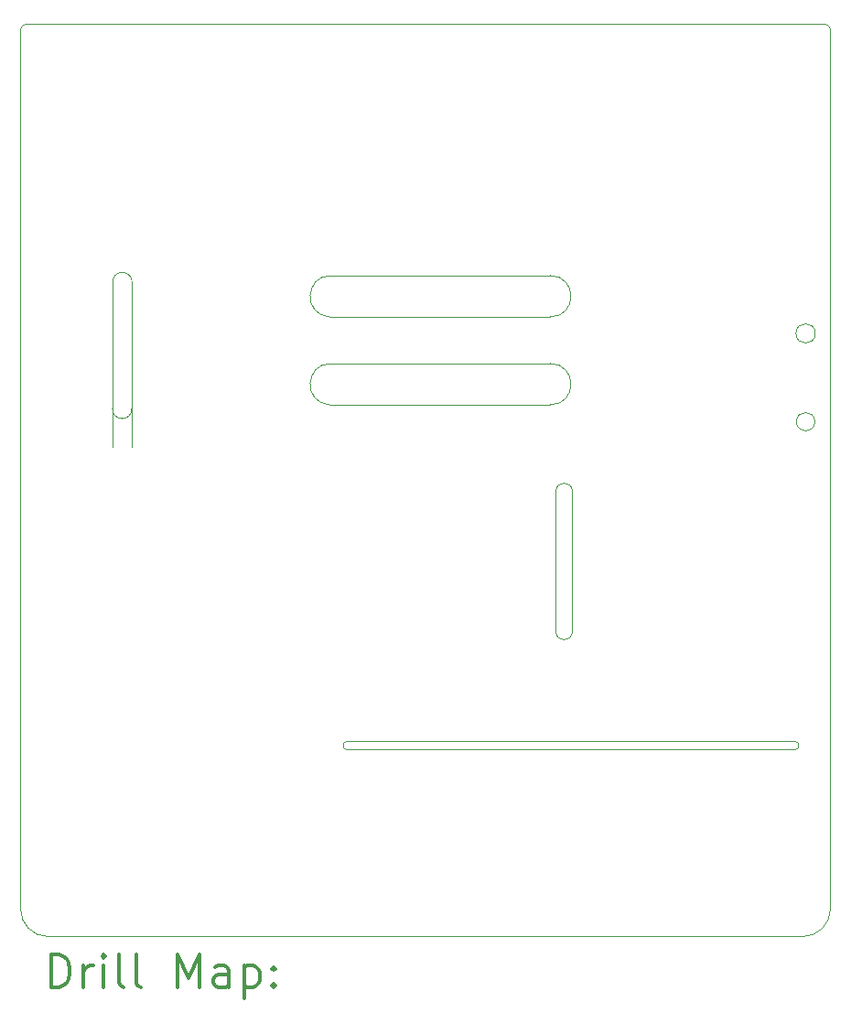
<source format=gbr>
%FSLAX45Y45*%
G04 Gerber Fmt 4.5, Leading zero omitted, Abs format (unit mm)*
G04 Created by KiCad (PCBNEW (5.1.6)-1) date 2021-11-05 18:09:48*
%MOMM*%
%LPD*%
G01*
G04 APERTURE LIST*
%TA.AperFunction,Profile*%
%ADD10C,0.050000*%
%TD*%
%TA.AperFunction,Profile*%
%ADD11C,0.100000*%
%TD*%
%ADD12C,0.200000*%
%ADD13C,0.300000*%
G04 APERTURE END LIST*
D10*
X19678650Y-13366750D02*
G75*
G02*
X19678650Y-13442950I0J-38100D01*
G01*
X15538450Y-13442950D02*
G75*
G02*
X15538450Y-13366750I0J38100D01*
G01*
X17418050Y-9061450D02*
G75*
G02*
X17418050Y-9442450I0J-190500D01*
G01*
X15371490Y-9441893D02*
G75*
G02*
X15386050Y-9061450I14560J189943D01*
G01*
D11*
X17418050Y-9442450D02*
X15371490Y-9441893D01*
X15386050Y-9061450D02*
X17418050Y-9061450D01*
D10*
X12515850Y-6788150D02*
G75*
G02*
X12566650Y-6737350I50800J0D01*
G01*
X17621250Y-12350750D02*
G75*
G02*
X17468850Y-12350750I-76200J0D01*
G01*
X17468850Y-11055350D02*
G75*
G02*
X17621250Y-11055350I76200J0D01*
G01*
D11*
X17621250Y-11055350D02*
X17621250Y-12350750D01*
X17468850Y-12350750D02*
X17468850Y-11055350D01*
X15538450Y-13366750D02*
X19678650Y-13366750D01*
X19678650Y-13442950D02*
X15538450Y-13442950D01*
D10*
X17418050Y-9874250D02*
G75*
G02*
X17418050Y-10255250I0J-190500D01*
G01*
X19958050Y-6737350D02*
G75*
G02*
X20008850Y-6788150I0J-50800D01*
G01*
X20008850Y-14916150D02*
G75*
G02*
X19754850Y-15170150I-254000J0D01*
G01*
X12769850Y-15170150D02*
G75*
G02*
X12515850Y-14916150I0J254000D01*
G01*
X19865681Y-10411120D02*
G75*
G03*
X19865681Y-10411120I-85431J0D01*
G01*
X19870053Y-9594850D02*
G75*
G03*
X19870053Y-9594850I-89803J0D01*
G01*
X15371490Y-10254693D02*
G75*
G02*
X15386050Y-9874250I14560J189943D01*
G01*
X13545650Y-10288350D02*
G75*
G02*
X13365650Y-10288350I-90000J-5000D01*
G01*
X13367650Y-9124950D02*
G75*
G02*
X13547650Y-9124950I90000J5000D01*
G01*
X13545650Y-10643950D02*
X13547650Y-9132950D01*
X13367650Y-9132950D02*
X13365650Y-10643950D01*
D11*
X15386050Y-9874250D02*
X17418050Y-9874250D01*
X17418050Y-10255250D02*
X15371490Y-10254693D01*
D10*
X12515850Y-14916150D02*
X12515850Y-6788150D01*
X19958050Y-6737350D02*
X12566650Y-6737350D01*
X19754850Y-15170150D02*
X12769850Y-15170150D01*
X20008850Y-14916150D02*
X20008850Y-6788150D01*
D12*
D13*
X12799778Y-15638364D02*
X12799778Y-15338364D01*
X12871207Y-15338364D01*
X12914064Y-15352650D01*
X12942636Y-15381221D01*
X12956921Y-15409793D01*
X12971207Y-15466936D01*
X12971207Y-15509793D01*
X12956921Y-15566936D01*
X12942636Y-15595507D01*
X12914064Y-15624079D01*
X12871207Y-15638364D01*
X12799778Y-15638364D01*
X13099778Y-15638364D02*
X13099778Y-15438364D01*
X13099778Y-15495507D02*
X13114064Y-15466936D01*
X13128350Y-15452650D01*
X13156921Y-15438364D01*
X13185493Y-15438364D01*
X13285493Y-15638364D02*
X13285493Y-15438364D01*
X13285493Y-15338364D02*
X13271207Y-15352650D01*
X13285493Y-15366936D01*
X13299778Y-15352650D01*
X13285493Y-15338364D01*
X13285493Y-15366936D01*
X13471207Y-15638364D02*
X13442636Y-15624079D01*
X13428350Y-15595507D01*
X13428350Y-15338364D01*
X13628350Y-15638364D02*
X13599778Y-15624079D01*
X13585493Y-15595507D01*
X13585493Y-15338364D01*
X13971207Y-15638364D02*
X13971207Y-15338364D01*
X14071207Y-15552650D01*
X14171207Y-15338364D01*
X14171207Y-15638364D01*
X14442636Y-15638364D02*
X14442636Y-15481221D01*
X14428350Y-15452650D01*
X14399778Y-15438364D01*
X14342636Y-15438364D01*
X14314064Y-15452650D01*
X14442636Y-15624079D02*
X14414064Y-15638364D01*
X14342636Y-15638364D01*
X14314064Y-15624079D01*
X14299778Y-15595507D01*
X14299778Y-15566936D01*
X14314064Y-15538364D01*
X14342636Y-15524079D01*
X14414064Y-15524079D01*
X14442636Y-15509793D01*
X14585493Y-15438364D02*
X14585493Y-15738364D01*
X14585493Y-15452650D02*
X14614064Y-15438364D01*
X14671207Y-15438364D01*
X14699778Y-15452650D01*
X14714064Y-15466936D01*
X14728350Y-15495507D01*
X14728350Y-15581221D01*
X14714064Y-15609793D01*
X14699778Y-15624079D01*
X14671207Y-15638364D01*
X14614064Y-15638364D01*
X14585493Y-15624079D01*
X14856921Y-15609793D02*
X14871207Y-15624079D01*
X14856921Y-15638364D01*
X14842636Y-15624079D01*
X14856921Y-15609793D01*
X14856921Y-15638364D01*
X14856921Y-15452650D02*
X14871207Y-15466936D01*
X14856921Y-15481221D01*
X14842636Y-15466936D01*
X14856921Y-15452650D01*
X14856921Y-15481221D01*
M02*

</source>
